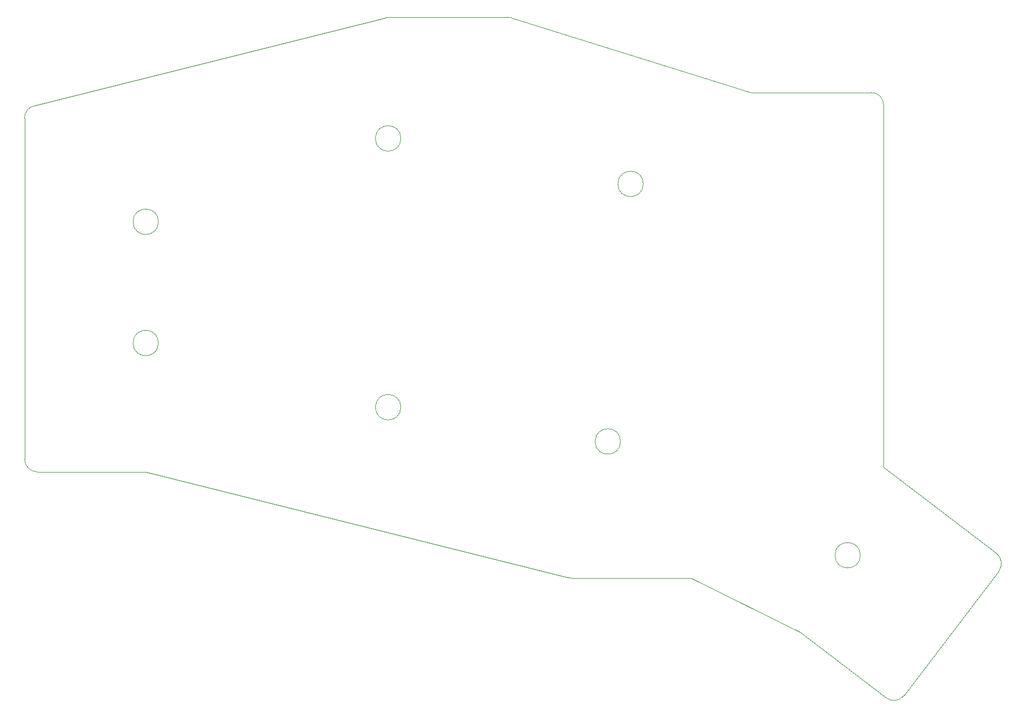
<source format=gbr>
%TF.GenerationSoftware,KiCad,Pcbnew,9.0.2*%
%TF.CreationDate,2025-07-01T22:27:43-10:00*%
%TF.ProjectId,jug,6a75672e-6b69-4636-9164-5f7063625858,rev?*%
%TF.SameCoordinates,Original*%
%TF.FileFunction,Profile,NP*%
%FSLAX46Y46*%
G04 Gerber Fmt 4.6, Leading zero omitted, Abs format (unit mm)*
G04 Created by KiCad (PCBNEW 9.0.2) date 2025-07-01 22:27:43*
%MOMM*%
%LPD*%
G01*
G04 APERTURE LIST*
%TA.AperFunction,Profile*%
%ADD10C,0.050000*%
%TD*%
G04 APERTURE END LIST*
D10*
X216874388Y-140357012D02*
X199136392Y-126867598D01*
X197176392Y-67967597D02*
X178426391Y-67967598D01*
X168914792Y-144244798D02*
X185996391Y-152767599D01*
X202376980Y-162705594D02*
X217255803Y-143159603D01*
X161389391Y-82331199D02*
G75*
G02*
X157389393Y-82331199I-1999999J0D01*
G01*
X157389393Y-82331199D02*
G75*
G02*
X161389391Y-82331199I1999999J0D01*
G01*
X85184792Y-107331798D02*
G75*
G02*
X81184790Y-107331798I-2000001J0D01*
G01*
X81184790Y-107331798D02*
G75*
G02*
X85184792Y-107331798I2000001J0D01*
G01*
X216874388Y-140357012D02*
G75*
G02*
X217255786Y-143159590I-1210588J-1591988D01*
G01*
X66137593Y-127575699D02*
X83187992Y-127575698D01*
X199136392Y-126867598D02*
X199176391Y-69967598D01*
X140041343Y-56135687D02*
X121650698Y-56138076D01*
X199574387Y-163087008D02*
X185996391Y-152767599D01*
X64137591Y-71984499D02*
G75*
G02*
X65728192Y-70026843I2000009J-1D01*
G01*
X178426391Y-67967598D02*
X140625689Y-56225691D01*
X123283991Y-117415997D02*
G75*
G02*
X119283993Y-117415997I-1999999J0D01*
G01*
X119283993Y-117415997D02*
G75*
G02*
X123283991Y-117415997I1999999J0D01*
G01*
X157811394Y-122809597D02*
G75*
G02*
X153811390Y-122809597I-2000002J0D01*
G01*
X153811390Y-122809597D02*
G75*
G02*
X157811394Y-122809597I2000002J0D01*
G01*
X195505691Y-140682098D02*
G75*
G02*
X191505691Y-140682098I-2000000J0D01*
G01*
X191505691Y-140682098D02*
G75*
G02*
X195505691Y-140682098I2000000J0D01*
G01*
X197176392Y-67967597D02*
G75*
G02*
X199176403Y-69967598I8J-2000003D01*
G01*
X149629329Y-144185083D02*
X83187992Y-127575698D01*
X120924989Y-56227649D02*
X65728196Y-70026846D01*
X202376980Y-162705594D02*
G75*
G02*
X199574407Y-163086981I-1591980J1210594D01*
G01*
X150114400Y-144244798D02*
X168914792Y-144244798D01*
X123283993Y-75185599D02*
G75*
G02*
X119283991Y-75185599I-2000001J0D01*
G01*
X119283991Y-75185599D02*
G75*
G02*
X123283993Y-75185599I2000001J0D01*
G01*
X120924989Y-56227649D02*
G75*
G02*
X121650698Y-56138080I727611J-2910551D01*
G01*
X66137593Y-127575699D02*
G75*
G02*
X64137601Y-125575698I7J1999999D01*
G01*
X64137593Y-71984499D02*
X64137594Y-125575698D01*
X140041343Y-56135687D02*
G75*
G02*
X140625688Y-56225694I-8943J-1999913D01*
G01*
X85184791Y-88282198D02*
G75*
G02*
X81184791Y-88282198I-2000000J0D01*
G01*
X81184791Y-88282198D02*
G75*
G02*
X85184791Y-88282198I2000000J0D01*
G01*
X150114393Y-144244798D02*
G75*
G02*
X149629322Y-144185081I7J1999998D01*
G01*
M02*

</source>
